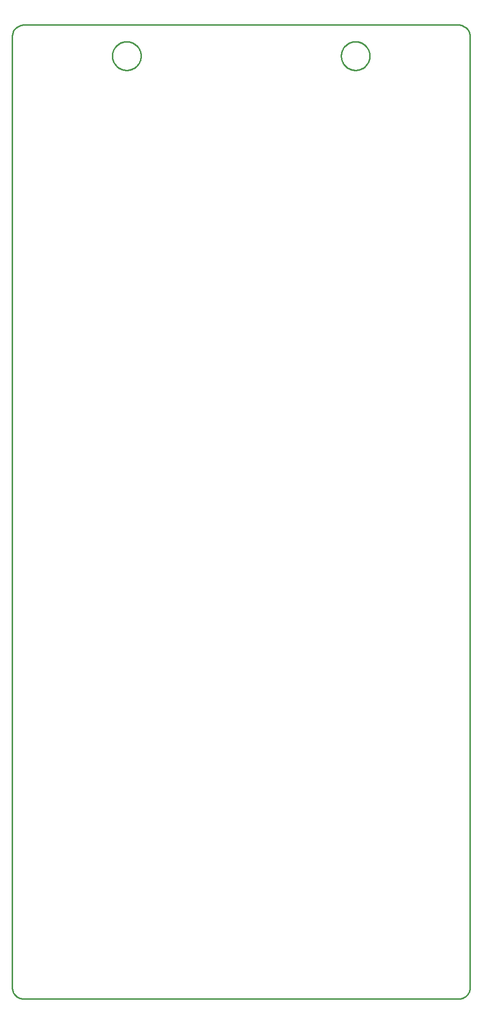
<source format=gbr>
G04 EAGLE Gerber RS-274X export*
G75*
%MOMM*%
%FSLAX34Y34*%
%LPD*%
%IN*%
%IPPOS*%
%AMOC8*
5,1,8,0,0,1.08239X$1,22.5*%
G01*
%ADD10C,0.254000*%


D10*
X0Y20000D02*
X76Y18257D01*
X304Y16527D01*
X681Y14824D01*
X1206Y13160D01*
X1874Y11548D01*
X2680Y10000D01*
X3617Y8528D01*
X4679Y7144D01*
X5858Y5858D01*
X7144Y4679D01*
X8528Y3617D01*
X10000Y2680D01*
X11548Y1874D01*
X13160Y1206D01*
X14824Y681D01*
X16527Y304D01*
X18257Y76D01*
X20000Y0D01*
X780000Y0D01*
X781743Y76D01*
X783473Y304D01*
X785176Y681D01*
X786840Y1206D01*
X788452Y1874D01*
X790000Y2680D01*
X791472Y3617D01*
X792856Y4679D01*
X794142Y5858D01*
X795321Y7144D01*
X796383Y8528D01*
X797321Y10000D01*
X798126Y11548D01*
X798794Y13160D01*
X799319Y14824D01*
X799696Y16527D01*
X799924Y18257D01*
X800000Y20000D01*
X800000Y1680000D01*
X799924Y1681743D01*
X799696Y1683473D01*
X799319Y1685176D01*
X798794Y1686840D01*
X798126Y1688452D01*
X797321Y1690000D01*
X796383Y1691472D01*
X795321Y1692856D01*
X794142Y1694142D01*
X792856Y1695321D01*
X791472Y1696383D01*
X790000Y1697321D01*
X788452Y1698126D01*
X786840Y1698794D01*
X785176Y1699319D01*
X783473Y1699696D01*
X781743Y1699924D01*
X780000Y1700000D01*
X20000Y1700000D01*
X18257Y1699924D01*
X16527Y1699696D01*
X14824Y1699319D01*
X13160Y1698794D01*
X11548Y1698126D01*
X10000Y1697321D01*
X8528Y1696383D01*
X7144Y1695321D01*
X5858Y1694142D01*
X4679Y1692856D01*
X3617Y1691472D01*
X2680Y1690000D01*
X1874Y1688452D01*
X1206Y1686840D01*
X681Y1685176D01*
X304Y1683473D01*
X76Y1681743D01*
X0Y1680000D01*
X0Y20000D01*
X225000Y1645299D02*
X224921Y1643898D01*
X224764Y1642504D01*
X224529Y1641121D01*
X224217Y1639753D01*
X223829Y1638405D01*
X223365Y1637081D01*
X222829Y1635785D01*
X222220Y1634521D01*
X221541Y1633293D01*
X220795Y1632105D01*
X219983Y1630961D01*
X219108Y1629864D01*
X218174Y1628818D01*
X217182Y1627826D01*
X216136Y1626892D01*
X215039Y1626017D01*
X213895Y1625205D01*
X212707Y1624459D01*
X211479Y1623780D01*
X210215Y1623171D01*
X208919Y1622635D01*
X207595Y1622171D01*
X206247Y1621783D01*
X204879Y1621471D01*
X203496Y1621236D01*
X202102Y1621079D01*
X200701Y1621000D01*
X199299Y1621000D01*
X197898Y1621079D01*
X196504Y1621236D01*
X195121Y1621471D01*
X193753Y1621783D01*
X192405Y1622171D01*
X191081Y1622635D01*
X189785Y1623171D01*
X188521Y1623780D01*
X187293Y1624459D01*
X186105Y1625205D01*
X184961Y1626017D01*
X183864Y1626892D01*
X182818Y1627826D01*
X181826Y1628818D01*
X180892Y1629864D01*
X180017Y1630961D01*
X179205Y1632105D01*
X178459Y1633293D01*
X177780Y1634521D01*
X177171Y1635785D01*
X176635Y1637081D01*
X176171Y1638405D01*
X175783Y1639753D01*
X175471Y1641121D01*
X175236Y1642504D01*
X175079Y1643898D01*
X175000Y1645299D01*
X175000Y1646701D01*
X175079Y1648102D01*
X175236Y1649496D01*
X175471Y1650879D01*
X175783Y1652247D01*
X176171Y1653595D01*
X176635Y1654919D01*
X177171Y1656215D01*
X177780Y1657479D01*
X178459Y1658707D01*
X179205Y1659895D01*
X180017Y1661039D01*
X180892Y1662136D01*
X181826Y1663182D01*
X182818Y1664174D01*
X183864Y1665108D01*
X184961Y1665983D01*
X186105Y1666795D01*
X187293Y1667541D01*
X188521Y1668220D01*
X189785Y1668829D01*
X191081Y1669365D01*
X192405Y1669829D01*
X193753Y1670217D01*
X195121Y1670529D01*
X196504Y1670764D01*
X197898Y1670921D01*
X199299Y1671000D01*
X200701Y1671000D01*
X202102Y1670921D01*
X203496Y1670764D01*
X204879Y1670529D01*
X206247Y1670217D01*
X207595Y1669829D01*
X208919Y1669365D01*
X210215Y1668829D01*
X211479Y1668220D01*
X212707Y1667541D01*
X213895Y1666795D01*
X215039Y1665983D01*
X216136Y1665108D01*
X217182Y1664174D01*
X218174Y1663182D01*
X219108Y1662136D01*
X219983Y1661039D01*
X220795Y1659895D01*
X221541Y1658707D01*
X222220Y1657479D01*
X222829Y1656215D01*
X223365Y1654919D01*
X223829Y1653595D01*
X224217Y1652247D01*
X224529Y1650879D01*
X224764Y1649496D01*
X224921Y1648102D01*
X225000Y1646701D01*
X225000Y1645299D01*
X625000Y1645299D02*
X624921Y1643898D01*
X624764Y1642504D01*
X624529Y1641121D01*
X624217Y1639753D01*
X623829Y1638405D01*
X623365Y1637081D01*
X622829Y1635785D01*
X622220Y1634521D01*
X621541Y1633293D01*
X620795Y1632105D01*
X619983Y1630961D01*
X619108Y1629864D01*
X618174Y1628818D01*
X617182Y1627826D01*
X616136Y1626892D01*
X615039Y1626017D01*
X613895Y1625205D01*
X612707Y1624459D01*
X611479Y1623780D01*
X610215Y1623171D01*
X608919Y1622635D01*
X607595Y1622171D01*
X606247Y1621783D01*
X604879Y1621471D01*
X603496Y1621236D01*
X602102Y1621079D01*
X600701Y1621000D01*
X599299Y1621000D01*
X597898Y1621079D01*
X596504Y1621236D01*
X595121Y1621471D01*
X593753Y1621783D01*
X592405Y1622171D01*
X591081Y1622635D01*
X589785Y1623171D01*
X588521Y1623780D01*
X587293Y1624459D01*
X586105Y1625205D01*
X584961Y1626017D01*
X583864Y1626892D01*
X582818Y1627826D01*
X581826Y1628818D01*
X580892Y1629864D01*
X580017Y1630961D01*
X579205Y1632105D01*
X578459Y1633293D01*
X577780Y1634521D01*
X577171Y1635785D01*
X576635Y1637081D01*
X576171Y1638405D01*
X575783Y1639753D01*
X575471Y1641121D01*
X575236Y1642504D01*
X575079Y1643898D01*
X575000Y1645299D01*
X575000Y1646701D01*
X575079Y1648102D01*
X575236Y1649496D01*
X575471Y1650879D01*
X575783Y1652247D01*
X576171Y1653595D01*
X576635Y1654919D01*
X577171Y1656215D01*
X577780Y1657479D01*
X578459Y1658707D01*
X579205Y1659895D01*
X580017Y1661039D01*
X580892Y1662136D01*
X581826Y1663182D01*
X582818Y1664174D01*
X583864Y1665108D01*
X584961Y1665983D01*
X586105Y1666795D01*
X587293Y1667541D01*
X588521Y1668220D01*
X589785Y1668829D01*
X591081Y1669365D01*
X592405Y1669829D01*
X593753Y1670217D01*
X595121Y1670529D01*
X596504Y1670764D01*
X597898Y1670921D01*
X599299Y1671000D01*
X600701Y1671000D01*
X602102Y1670921D01*
X603496Y1670764D01*
X604879Y1670529D01*
X606247Y1670217D01*
X607595Y1669829D01*
X608919Y1669365D01*
X610215Y1668829D01*
X611479Y1668220D01*
X612707Y1667541D01*
X613895Y1666795D01*
X615039Y1665983D01*
X616136Y1665108D01*
X617182Y1664174D01*
X618174Y1663182D01*
X619108Y1662136D01*
X619983Y1661039D01*
X620795Y1659895D01*
X621541Y1658707D01*
X622220Y1657479D01*
X622829Y1656215D01*
X623365Y1654919D01*
X623829Y1653595D01*
X624217Y1652247D01*
X624529Y1650879D01*
X624764Y1649496D01*
X624921Y1648102D01*
X625000Y1646701D01*
X625000Y1645299D01*
M02*

</source>
